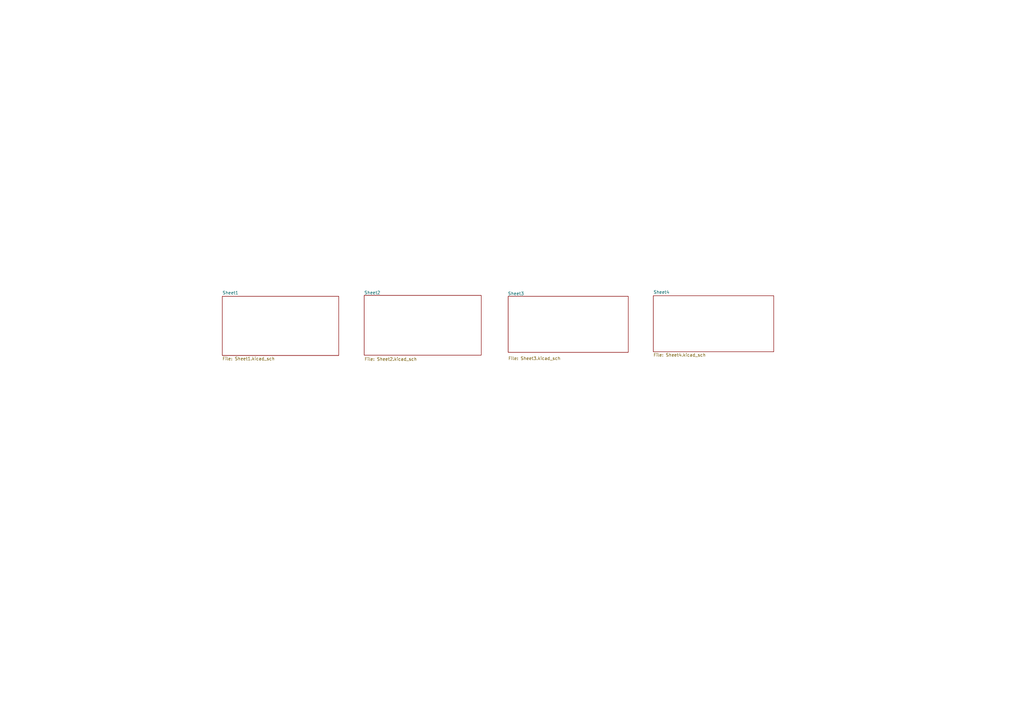
<source format=kicad_sch>
(kicad_sch (version 20230121) (generator eeschema)
  (paper "A3")
  (lib_symbols)
  (sheet (at 208.407 121.539) (size 49.276 22.987) (stroke (width 0.1524))
    (property "Sheetname" "Sheet3" (at 208.28 121.158 0) (effects (justify left bottom)))
    (property "Sheetfile" "Sheet3.kicad_sch" (at 208.407 146.2536 0) (effects (justify left top)))
  )
  (sheet (at 267.97 121.285) (size 49.403 22.987) (stroke (width 0.1524))
    (property "Sheetname" "Sheet4" (at 267.97 120.5734 0) (effects (justify left bottom)))
    (property "Sheetfile" "Sheet4.kicad_sch" (at 267.97 144.8566 0) (effects (justify left top)))
  )
  (sheet (at 149.352 121.158) (size 48.006 24.511) (stroke (width 0.1524))
    (property "Sheetname" "Sheet2" (at 149.352 120.777 0) (effects (justify left bottom)))
    (property "Sheetfile" "Sheet2.kicad_sch" (at 149.479 146.558 0) (effects (justify left top)))
  )
  (sheet (at 91.186 121.539) (size 47.752 24.257) (stroke (width 0.1524))
    (property "Sheetname" "Sheet1" (at 91.186 120.8274 0) (effects (justify left bottom)))
    (property "Sheetfile" "Sheet1.kicad_sch" (at 91.186 146.3806 0) (effects (justify left top)))
  )
)
</source>
